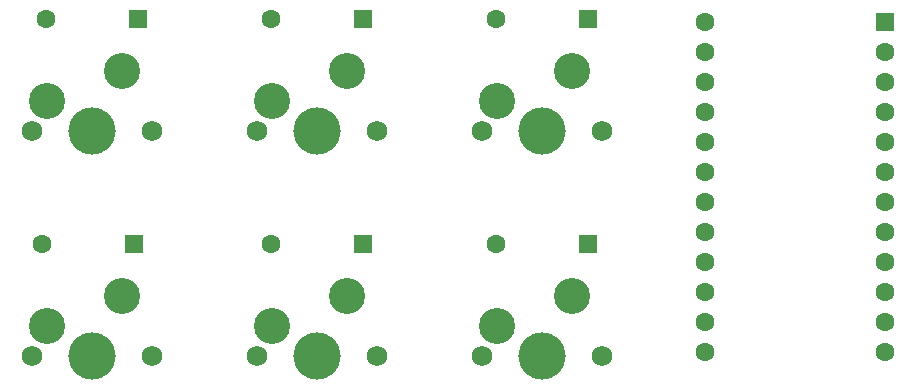
<source format=gbr>
%TF.GenerationSoftware,KiCad,Pcbnew,(6.0.4)*%
%TF.CreationDate,2022-04-16T12:25:48+05:30*%
%TF.ProjectId,another one,616e6f74-6865-4722-906f-6e652e6b6963,rev?*%
%TF.SameCoordinates,Original*%
%TF.FileFunction,Soldermask,Top*%
%TF.FilePolarity,Negative*%
%FSLAX46Y46*%
G04 Gerber Fmt 4.6, Leading zero omitted, Abs format (unit mm)*
G04 Created by KiCad (PCBNEW (6.0.4)) date 2022-04-16 12:25:48*
%MOMM*%
%LPD*%
G01*
G04 APERTURE LIST*
%ADD10R,1.600000X1.600000*%
%ADD11C,1.600000*%
%ADD12C,1.750000*%
%ADD13C,4.000000*%
%ADD14C,3.050000*%
G04 APERTURE END LIST*
D10*
%TO.C,D6*%
X249168750Y-38100000D03*
D11*
X241368750Y-38100000D03*
%TD*%
D10*
%TO.C,D5*%
X249168750Y-19050000D03*
D11*
X241368750Y-19050000D03*
%TD*%
D10*
%TO.C,D4*%
X230118750Y-38100000D03*
D11*
X222318750Y-38100000D03*
%TD*%
D10*
%TO.C,D3*%
X230118750Y-19050000D03*
D11*
X222318750Y-19050000D03*
%TD*%
D10*
%TO.C,D2*%
X210750000Y-38100000D03*
D11*
X202950000Y-38100000D03*
%TD*%
%TO.C,U1*%
X259080000Y-19367500D03*
X259080000Y-21907500D03*
X259080000Y-24447500D03*
X259080000Y-26987500D03*
X259080000Y-29527500D03*
X259080000Y-32067500D03*
X259080000Y-34607500D03*
X259080000Y-37147500D03*
X259080000Y-39687500D03*
X259080000Y-42227500D03*
X259080000Y-44767500D03*
X259080000Y-47307500D03*
X274320000Y-47307500D03*
X274320000Y-44767500D03*
X274320000Y-42227500D03*
X274320000Y-39687500D03*
X274320000Y-37147500D03*
X274320000Y-34607500D03*
X274320000Y-32067500D03*
X274320000Y-29527500D03*
X274320000Y-26987500D03*
X274320000Y-24447500D03*
X274320000Y-21907500D03*
D10*
X274320000Y-19367500D03*
%TD*%
D12*
%TO.C,K6*%
X250348750Y-47625000D03*
X240188750Y-47625000D03*
D13*
X245268750Y-47625000D03*
D14*
X247808750Y-42545000D03*
X241458750Y-45085000D03*
%TD*%
D12*
%TO.C,K5*%
X250348750Y-28575000D03*
X240188750Y-28575000D03*
D13*
X245268750Y-28575000D03*
D14*
X247808750Y-23495000D03*
X241458750Y-26035000D03*
%TD*%
D12*
%TO.C,K4*%
X231298750Y-47625000D03*
X221138750Y-47625000D03*
D13*
X226218750Y-47625000D03*
D14*
X228758750Y-42545000D03*
X222408750Y-45085000D03*
%TD*%
D12*
%TO.C,K3*%
X231298750Y-28575000D03*
X221138750Y-28575000D03*
D13*
X226218750Y-28575000D03*
D14*
X228758750Y-23495000D03*
X222408750Y-26035000D03*
%TD*%
D12*
%TO.C,K2*%
X212248750Y-47625000D03*
X202088750Y-47625000D03*
D13*
X207168750Y-47625000D03*
D14*
X209708750Y-42545000D03*
X203358750Y-45085000D03*
%TD*%
D12*
%TO.C,K1*%
X212248750Y-28575000D03*
X202088750Y-28575000D03*
D13*
X207168750Y-28575000D03*
D14*
X209708750Y-23495000D03*
X203358750Y-26035000D03*
%TD*%
D11*
%TO.C,D1*%
X203268750Y-19050000D03*
D10*
X211068750Y-19050000D03*
%TD*%
M02*

</source>
